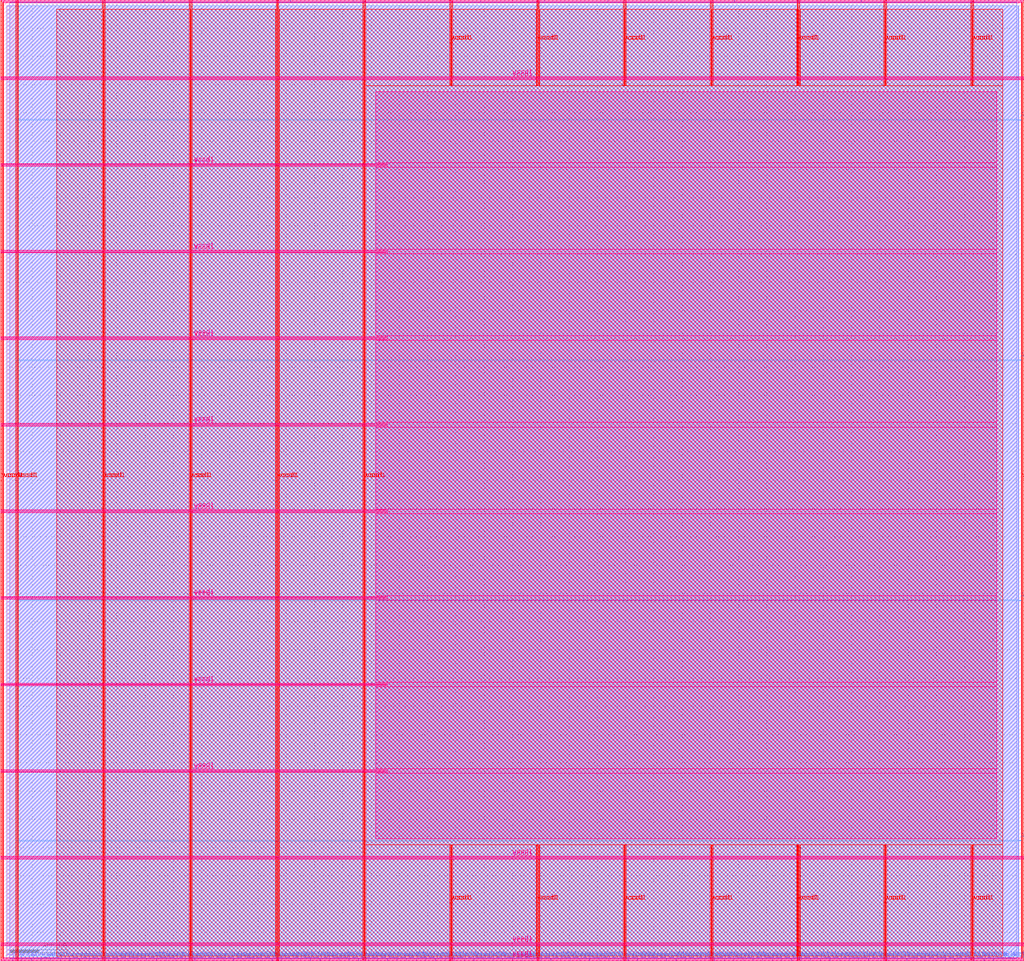
<source format=lef>
VERSION 5.7 ;
  NOWIREEXTENSIONATPIN ON ;
  DIVIDERCHAR "/" ;
  BUSBITCHARS "[]" ;
MACRO top_wrapper
  CLASS BLOCK ;
  FOREIGN top_wrapper ;
  ORIGIN 0.000 0.000 ;
  SIZE 1800.000 BY 1700.000 ;
  PIN ADC_OUT_OBS[0]
    DIRECTION OUTPUT TRISTATE ;
    USE SIGNAL ;
    PORT
      LAYER met3 ;
        RECT 1796.000 212.200 1800.000 212.800 ;
    END
  END ADC_OUT_OBS[0]
  PIN ADC_OUT_OBS[1]
    DIRECTION OUTPUT TRISTATE ;
    USE SIGNAL ;
    PORT
      LAYER met3 ;
        RECT 1796.000 637.200 1800.000 637.800 ;
    END
  END ADC_OUT_OBS[1]
  PIN ADC_OUT_OBS[2]
    DIRECTION OUTPUT TRISTATE ;
    USE SIGNAL ;
    PORT
      LAYER met3 ;
        RECT 1796.000 1062.200 1800.000 1062.800 ;
    END
  END ADC_OUT_OBS[2]
  PIN ADC_OUT_OBS[3]
    DIRECTION OUTPUT TRISTATE ;
    USE SIGNAL ;
    PORT
      LAYER met3 ;
        RECT 1796.000 1487.200 1800.000 1487.800 ;
    END
  END ADC_OUT_OBS[3]
  PIN BL0
    DIRECTION INOUT ;
    USE SIGNAL ;
    PORT
      LAYER met2 ;
        RECT 1767.870 0.000 1768.150 4.000 ;
    END
  END BL0
  PIN BL1
    DIRECTION INOUT ;
    USE SIGNAL ;
    PORT
      LAYER met2 ;
        RECT 1784.890 0.000 1785.170 4.000 ;
    END
  END BL1
  PIN REF_CSA
    DIRECTION INOUT ;
    USE SIGNAL ;
    PORT
      LAYER met2 ;
        RECT 1629.410 1696.000 1629.690 1700.000 ;
    END
  END REF_CSA
  PIN SL0
    DIRECTION INOUT ;
    USE SIGNAL ;
    PORT
      LAYER met2 ;
        RECT 1699.790 0.000 1700.070 4.000 ;
    END
  END SL0
  PIN SL1
    DIRECTION INOUT ;
    USE SIGNAL ;
    PORT
      LAYER met2 ;
        RECT 1716.810 0.000 1717.090 4.000 ;
    END
  END SL1
  PIN V0_REF_ADC
    DIRECTION INOUT ;
    USE SIGNAL ;
    PORT
      LAYER met2 ;
        RECT 1180.450 1696.000 1180.730 1700.000 ;
    END
  END V0_REF_ADC
  PIN V1_BL
    DIRECTION INOUT ;
    USE SIGNAL ;
    PORT
      LAYER met2 ;
        RECT 731.490 1696.000 731.770 1700.000 ;
    END
  END V1_BL
  PIN V1_REF_ADC
    DIRECTION INOUT ;
    USE SIGNAL ;
    PORT
      LAYER met2 ;
        RECT 1292.690 1696.000 1292.970 1700.000 ;
    END
  END V1_REF_ADC
  PIN V1_SL
    DIRECTION INOUT ;
    USE SIGNAL ;
    PORT
      LAYER met2 ;
        RECT 507.010 1696.000 507.290 1700.000 ;
    END
  END V1_SL
  PIN V1_WL
    DIRECTION INOUT ;
    USE SIGNAL ;
    PORT
      LAYER met2 ;
        RECT 58.050 1696.000 58.330 1700.000 ;
    END
  END V1_WL
  PIN V2_BL
    DIRECTION INOUT ;
    USE SIGNAL ;
    PORT
      LAYER met2 ;
        RECT 843.730 1696.000 844.010 1700.000 ;
    END
  END V2_BL
  PIN V2_REF_ADC
    DIRECTION INOUT ;
    USE SIGNAL ;
    PORT
      LAYER met2 ;
        RECT 1404.930 1696.000 1405.210 1700.000 ;
    END
  END V2_REF_ADC
  PIN V2_SL
    DIRECTION INOUT ;
    USE SIGNAL ;
    PORT
      LAYER met2 ;
        RECT 619.250 1696.000 619.530 1700.000 ;
    END
  END V2_SL
  PIN V2_WL
    DIRECTION INOUT ;
    USE SIGNAL ;
    PORT
      LAYER met2 ;
        RECT 170.290 1696.000 170.570 1700.000 ;
    END
  END V2_WL
  PIN V3_BL
    DIRECTION INOUT ;
    USE SIGNAL ;
    PORT
      LAYER met2 ;
        RECT 955.970 1696.000 956.250 1700.000 ;
    END
  END V3_BL
  PIN V3_REF_ADC
    DIRECTION INOUT ;
    USE SIGNAL ;
    PORT
      LAYER met2 ;
        RECT 1517.170 1696.000 1517.450 1700.000 ;
    END
  END V3_REF_ADC
  PIN V3_WL
    DIRECTION INOUT ;
    USE SIGNAL ;
    PORT
      LAYER met2 ;
        RECT 282.530 1696.000 282.810 1700.000 ;
    END
  END V3_WL
  PIN V4_BL
    DIRECTION INOUT ;
    USE SIGNAL ;
    PORT
      LAYER met2 ;
        RECT 1068.210 1696.000 1068.490 1700.000 ;
    END
  END V4_BL
  PIN V4_WL
    DIRECTION INOUT ;
    USE SIGNAL ;
    PORT
      LAYER met2 ;
        RECT 394.770 1696.000 395.050 1700.000 ;
    END
  END V4_WL
  PIN VDD_PRE
    DIRECTION INOUT ;
    USE SIGNAL ;
    PORT
      LAYER met2 ;
        RECT 1741.650 1696.000 1741.930 1700.000 ;
    END
  END VDD_PRE
  PIN WL0
    DIRECTION INOUT ;
    USE SIGNAL ;
    PORT
      LAYER met2 ;
        RECT 1733.830 0.000 1734.110 4.000 ;
    END
  END WL0
  PIN WL1
    DIRECTION INOUT ;
    USE SIGNAL ;
    PORT
      LAYER met2 ;
        RECT 1750.850 0.000 1751.130 4.000 ;
    END
  END WL1
  PIN clk
    DIRECTION INPUT ;
    USE SIGNAL ;
    PORT
      LAYER met2 ;
        RECT 14.810 0.000 15.090 4.000 ;
    END
  END clk
  PIN rst
    DIRECTION INPUT ;
    USE SIGNAL ;
    PORT
      LAYER met2 ;
        RECT 31.830 0.000 32.110 4.000 ;
    END
  END rst
  PIN vccd1
    DIRECTION INOUT ;
    USE POWER ;
    PORT
      LAYER met4 ;
        RECT -2.080 3.280 -0.480 1696.720 ;
    END
    PORT
      LAYER met5 ;
        RECT -2.080 3.280 1802.060 4.880 ;
    END
    PORT
      LAYER met5 ;
        RECT -2.080 1695.120 1802.060 1696.720 ;
    END
    PORT
      LAYER met4 ;
        RECT 1800.460 3.280 1802.060 1696.720 ;
    END
    PORT
      LAYER met4 ;
        RECT 21.040 -0.020 22.640 1700.020 ;
    END
    PORT
      LAYER met4 ;
        RECT 174.640 -0.020 176.240 1700.020 ;
    END
    PORT
      LAYER met4 ;
        RECT 328.240 -0.020 329.840 1700.020 ;
    END
    PORT
      LAYER met4 ;
        RECT 481.840 -0.020 483.440 1700.020 ;
    END
    PORT
      LAYER met4 ;
        RECT 635.440 -0.020 637.040 1700.020 ;
    END
    PORT
      LAYER met4 ;
        RECT 789.040 -0.020 790.640 205.160 ;
    END
    PORT
      LAYER met4 ;
        RECT 789.040 1548.010 790.640 1700.020 ;
    END
    PORT
      LAYER met4 ;
        RECT 942.640 -0.020 944.240 205.160 ;
    END
    PORT
      LAYER met4 ;
        RECT 942.640 1548.010 944.240 1700.020 ;
    END
    PORT
      LAYER met4 ;
        RECT 1096.240 -0.020 1097.840 205.160 ;
    END
    PORT
      LAYER met4 ;
        RECT 1096.240 1548.010 1097.840 1700.020 ;
    END
    PORT
      LAYER met4 ;
        RECT 1249.840 -0.020 1251.440 205.160 ;
    END
    PORT
      LAYER met4 ;
        RECT 1249.840 1548.010 1251.440 1700.020 ;
    END
    PORT
      LAYER met4 ;
        RECT 1403.440 -0.020 1405.040 205.160 ;
    END
    PORT
      LAYER met4 ;
        RECT 1403.440 1548.010 1405.040 1700.020 ;
    END
    PORT
      LAYER met4 ;
        RECT 1557.040 -0.020 1558.640 205.160 ;
    END
    PORT
      LAYER met4 ;
        RECT 1557.040 1548.010 1558.640 1700.020 ;
    END
    PORT
      LAYER met4 ;
        RECT 1710.640 -0.020 1712.240 205.160 ;
    END
    PORT
      LAYER met4 ;
        RECT 1710.640 1548.010 1712.240 1700.020 ;
    END
    PORT
      LAYER met5 ;
        RECT -5.380 26.730 1805.360 28.330 ;
    END
    PORT
      LAYER met5 ;
        RECT -5.380 179.910 1805.360 181.510 ;
    END
    PORT
      LAYER met5 ;
        RECT -5.380 333.090 676.880 334.690 ;
    END
    PORT
      LAYER met5 ;
        RECT -5.380 486.270 676.880 487.870 ;
    END
    PORT
      LAYER met5 ;
        RECT -5.380 639.450 676.880 641.050 ;
    END
    PORT
      LAYER met5 ;
        RECT -5.380 792.630 676.880 794.230 ;
    END
    PORT
      LAYER met5 ;
        RECT -5.380 945.810 676.880 947.410 ;
    END
    PORT
      LAYER met5 ;
        RECT -5.380 1098.990 676.880 1100.590 ;
    END
    PORT
      LAYER met5 ;
        RECT -5.380 1252.170 676.880 1253.770 ;
    END
    PORT
      LAYER met5 ;
        RECT -5.380 1405.350 676.880 1406.950 ;
    END
    PORT
      LAYER met5 ;
        RECT -5.380 1558.530 1805.360 1560.130 ;
    END
  END vccd1
  PIN vssd1
    DIRECTION INOUT ;
    USE GROUND ;
    PORT
      LAYER met4 ;
        RECT -5.380 -0.020 -3.780 1700.020 ;
    END
    PORT
      LAYER met5 ;
        RECT -5.380 -0.020 1805.360 1.580 ;
    END
    PORT
      LAYER met5 ;
        RECT -5.380 1698.420 1805.360 1700.020 ;
    END
    PORT
      LAYER met4 ;
        RECT 1803.760 -0.020 1805.360 1700.020 ;
    END
    PORT
      LAYER met4 ;
        RECT 24.340 -0.020 25.940 1700.020 ;
    END
    PORT
      LAYER met4 ;
        RECT 177.940 -0.020 179.540 1700.020 ;
    END
    PORT
      LAYER met4 ;
        RECT 331.540 -0.020 333.140 1700.020 ;
    END
    PORT
      LAYER met4 ;
        RECT 485.140 -0.020 486.740 1700.020 ;
    END
    PORT
      LAYER met4 ;
        RECT 638.740 -0.020 640.340 1700.020 ;
    END
    PORT
      LAYER met4 ;
        RECT 792.340 -0.020 793.940 205.160 ;
    END
    PORT
      LAYER met4 ;
        RECT 792.340 1548.010 793.940 1700.020 ;
    END
    PORT
      LAYER met4 ;
        RECT 945.940 -0.020 947.540 205.160 ;
    END
    PORT
      LAYER met4 ;
        RECT 945.940 1548.010 947.540 1700.020 ;
    END
    PORT
      LAYER met4 ;
        RECT 1099.540 -0.020 1101.140 205.160 ;
    END
    PORT
      LAYER met4 ;
        RECT 1099.540 1548.010 1101.140 1700.020 ;
    END
    PORT
      LAYER met4 ;
        RECT 1253.140 -0.020 1254.740 205.160 ;
    END
    PORT
      LAYER met4 ;
        RECT 1253.140 1548.010 1254.740 1700.020 ;
    END
    PORT
      LAYER met4 ;
        RECT 1406.740 -0.020 1408.340 205.160 ;
    END
    PORT
      LAYER met4 ;
        RECT 1406.740 1548.010 1408.340 1700.020 ;
    END
    PORT
      LAYER met4 ;
        RECT 1560.340 -0.020 1561.940 205.160 ;
    END
    PORT
      LAYER met4 ;
        RECT 1560.340 1548.010 1561.940 1700.020 ;
    END
    PORT
      LAYER met4 ;
        RECT 1713.940 -0.020 1715.540 205.160 ;
    END
    PORT
      LAYER met4 ;
        RECT 1713.940 1548.010 1715.540 1700.020 ;
    END
    PORT
      LAYER met5 ;
        RECT -5.380 30.030 1805.360 31.630 ;
    END
    PORT
      LAYER met5 ;
        RECT -5.380 183.210 1805.360 184.810 ;
    END
    PORT
      LAYER met5 ;
        RECT -5.380 336.390 676.880 337.990 ;
    END
    PORT
      LAYER met5 ;
        RECT -5.380 489.570 676.880 491.170 ;
    END
    PORT
      LAYER met5 ;
        RECT -5.380 642.750 676.880 644.350 ;
    END
    PORT
      LAYER met5 ;
        RECT -5.380 795.930 676.880 797.530 ;
    END
    PORT
      LAYER met5 ;
        RECT -5.380 949.110 676.880 950.710 ;
    END
    PORT
      LAYER met5 ;
        RECT -5.380 1102.290 676.880 1103.890 ;
    END
    PORT
      LAYER met5 ;
        RECT -5.380 1255.470 676.880 1257.070 ;
    END
    PORT
      LAYER met5 ;
        RECT -5.380 1408.650 676.880 1410.250 ;
    END
    PORT
      LAYER met5 ;
        RECT -5.380 1561.830 1805.360 1563.430 ;
    END
  END vssd1
  PIN wbs_we_i
    DIRECTION INPUT ;
    USE SIGNAL ;
    PORT
      LAYER met2 ;
        RECT 48.850 0.000 49.130 4.000 ;
    END
  END wbs_we_i
  PIN wishbone_address_bus[0]
    DIRECTION INPUT ;
    USE SIGNAL ;
    PORT
      LAYER met2 ;
        RECT 65.870 0.000 66.150 4.000 ;
    END
  END wishbone_address_bus[0]
  PIN wishbone_address_bus[10]
    DIRECTION INPUT ;
    USE SIGNAL ;
    PORT
      LAYER met2 ;
        RECT 576.470 0.000 576.750 4.000 ;
    END
  END wishbone_address_bus[10]
  PIN wishbone_address_bus[11]
    DIRECTION INPUT ;
    USE SIGNAL ;
    PORT
      LAYER met2 ;
        RECT 627.530 0.000 627.810 4.000 ;
    END
  END wishbone_address_bus[11]
  PIN wishbone_address_bus[12]
    DIRECTION INPUT ;
    USE SIGNAL ;
    PORT
      LAYER met2 ;
        RECT 678.590 0.000 678.870 4.000 ;
    END
  END wishbone_address_bus[12]
  PIN wishbone_address_bus[13]
    DIRECTION INPUT ;
    USE SIGNAL ;
    PORT
      LAYER met2 ;
        RECT 729.650 0.000 729.930 4.000 ;
    END
  END wishbone_address_bus[13]
  PIN wishbone_address_bus[14]
    DIRECTION INPUT ;
    USE SIGNAL ;
    PORT
      LAYER met2 ;
        RECT 780.710 0.000 780.990 4.000 ;
    END
  END wishbone_address_bus[14]
  PIN wishbone_address_bus[15]
    DIRECTION INPUT ;
    USE SIGNAL ;
    PORT
      LAYER met2 ;
        RECT 831.770 0.000 832.050 4.000 ;
    END
  END wishbone_address_bus[15]
  PIN wishbone_address_bus[16]
    DIRECTION INPUT ;
    USE SIGNAL ;
    PORT
      LAYER met2 ;
        RECT 882.830 0.000 883.110 4.000 ;
    END
  END wishbone_address_bus[16]
  PIN wishbone_address_bus[17]
    DIRECTION INPUT ;
    USE SIGNAL ;
    PORT
      LAYER met2 ;
        RECT 933.890 0.000 934.170 4.000 ;
    END
  END wishbone_address_bus[17]
  PIN wishbone_address_bus[18]
    DIRECTION INPUT ;
    USE SIGNAL ;
    PORT
      LAYER met2 ;
        RECT 984.950 0.000 985.230 4.000 ;
    END
  END wishbone_address_bus[18]
  PIN wishbone_address_bus[19]
    DIRECTION INPUT ;
    USE SIGNAL ;
    PORT
      LAYER met2 ;
        RECT 1036.010 0.000 1036.290 4.000 ;
    END
  END wishbone_address_bus[19]
  PIN wishbone_address_bus[1]
    DIRECTION INPUT ;
    USE SIGNAL ;
    PORT
      LAYER met2 ;
        RECT 116.930 0.000 117.210 4.000 ;
    END
  END wishbone_address_bus[1]
  PIN wishbone_address_bus[20]
    DIRECTION INPUT ;
    USE SIGNAL ;
    PORT
      LAYER met2 ;
        RECT 1087.070 0.000 1087.350 4.000 ;
    END
  END wishbone_address_bus[20]
  PIN wishbone_address_bus[21]
    DIRECTION INPUT ;
    USE SIGNAL ;
    PORT
      LAYER met2 ;
        RECT 1138.130 0.000 1138.410 4.000 ;
    END
  END wishbone_address_bus[21]
  PIN wishbone_address_bus[22]
    DIRECTION INPUT ;
    USE SIGNAL ;
    PORT
      LAYER met2 ;
        RECT 1189.190 0.000 1189.470 4.000 ;
    END
  END wishbone_address_bus[22]
  PIN wishbone_address_bus[23]
    DIRECTION INPUT ;
    USE SIGNAL ;
    PORT
      LAYER met2 ;
        RECT 1240.250 0.000 1240.530 4.000 ;
    END
  END wishbone_address_bus[23]
  PIN wishbone_address_bus[24]
    DIRECTION INPUT ;
    USE SIGNAL ;
    PORT
      LAYER met2 ;
        RECT 1291.310 0.000 1291.590 4.000 ;
    END
  END wishbone_address_bus[24]
  PIN wishbone_address_bus[25]
    DIRECTION INPUT ;
    USE SIGNAL ;
    PORT
      LAYER met2 ;
        RECT 1342.370 0.000 1342.650 4.000 ;
    END
  END wishbone_address_bus[25]
  PIN wishbone_address_bus[26]
    DIRECTION INPUT ;
    USE SIGNAL ;
    PORT
      LAYER met2 ;
        RECT 1393.430 0.000 1393.710 4.000 ;
    END
  END wishbone_address_bus[26]
  PIN wishbone_address_bus[27]
    DIRECTION INPUT ;
    USE SIGNAL ;
    PORT
      LAYER met2 ;
        RECT 1444.490 0.000 1444.770 4.000 ;
    END
  END wishbone_address_bus[27]
  PIN wishbone_address_bus[28]
    DIRECTION INPUT ;
    USE SIGNAL ;
    PORT
      LAYER met2 ;
        RECT 1495.550 0.000 1495.830 4.000 ;
    END
  END wishbone_address_bus[28]
  PIN wishbone_address_bus[29]
    DIRECTION INPUT ;
    USE SIGNAL ;
    PORT
      LAYER met2 ;
        RECT 1546.610 0.000 1546.890 4.000 ;
    END
  END wishbone_address_bus[29]
  PIN wishbone_address_bus[2]
    DIRECTION INPUT ;
    USE SIGNAL ;
    PORT
      LAYER met2 ;
        RECT 167.990 0.000 168.270 4.000 ;
    END
  END wishbone_address_bus[2]
  PIN wishbone_address_bus[30]
    DIRECTION INPUT ;
    USE SIGNAL ;
    PORT
      LAYER met2 ;
        RECT 1597.670 0.000 1597.950 4.000 ;
    END
  END wishbone_address_bus[30]
  PIN wishbone_address_bus[31]
    DIRECTION INPUT ;
    USE SIGNAL ;
    PORT
      LAYER met2 ;
        RECT 1648.730 0.000 1649.010 4.000 ;
    END
  END wishbone_address_bus[31]
  PIN wishbone_address_bus[3]
    DIRECTION INPUT ;
    USE SIGNAL ;
    PORT
      LAYER met2 ;
        RECT 219.050 0.000 219.330 4.000 ;
    END
  END wishbone_address_bus[3]
  PIN wishbone_address_bus[4]
    DIRECTION INPUT ;
    USE SIGNAL ;
    PORT
      LAYER met2 ;
        RECT 270.110 0.000 270.390 4.000 ;
    END
  END wishbone_address_bus[4]
  PIN wishbone_address_bus[5]
    DIRECTION INPUT ;
    USE SIGNAL ;
    PORT
      LAYER met2 ;
        RECT 321.170 0.000 321.450 4.000 ;
    END
  END wishbone_address_bus[5]
  PIN wishbone_address_bus[6]
    DIRECTION INPUT ;
    USE SIGNAL ;
    PORT
      LAYER met2 ;
        RECT 372.230 0.000 372.510 4.000 ;
    END
  END wishbone_address_bus[6]
  PIN wishbone_address_bus[7]
    DIRECTION INPUT ;
    USE SIGNAL ;
    PORT
      LAYER met2 ;
        RECT 423.290 0.000 423.570 4.000 ;
    END
  END wishbone_address_bus[7]
  PIN wishbone_address_bus[8]
    DIRECTION INPUT ;
    USE SIGNAL ;
    PORT
      LAYER met2 ;
        RECT 474.350 0.000 474.630 4.000 ;
    END
  END wishbone_address_bus[8]
  PIN wishbone_address_bus[9]
    DIRECTION INPUT ;
    USE SIGNAL ;
    PORT
      LAYER met2 ;
        RECT 525.410 0.000 525.690 4.000 ;
    END
  END wishbone_address_bus[9]
  PIN wishbone_data_in[0]
    DIRECTION INPUT ;
    USE SIGNAL ;
    PORT
      LAYER met2 ;
        RECT 82.890 0.000 83.170 4.000 ;
    END
  END wishbone_data_in[0]
  PIN wishbone_data_in[10]
    DIRECTION INPUT ;
    USE SIGNAL ;
    PORT
      LAYER met2 ;
        RECT 593.490 0.000 593.770 4.000 ;
    END
  END wishbone_data_in[10]
  PIN wishbone_data_in[11]
    DIRECTION INPUT ;
    USE SIGNAL ;
    PORT
      LAYER met2 ;
        RECT 644.550 0.000 644.830 4.000 ;
    END
  END wishbone_data_in[11]
  PIN wishbone_data_in[12]
    DIRECTION INPUT ;
    USE SIGNAL ;
    PORT
      LAYER met2 ;
        RECT 695.610 0.000 695.890 4.000 ;
    END
  END wishbone_data_in[12]
  PIN wishbone_data_in[13]
    DIRECTION INPUT ;
    USE SIGNAL ;
    PORT
      LAYER met2 ;
        RECT 746.670 0.000 746.950 4.000 ;
    END
  END wishbone_data_in[13]
  PIN wishbone_data_in[14]
    DIRECTION INPUT ;
    USE SIGNAL ;
    PORT
      LAYER met2 ;
        RECT 797.730 0.000 798.010 4.000 ;
    END
  END wishbone_data_in[14]
  PIN wishbone_data_in[15]
    DIRECTION INPUT ;
    USE SIGNAL ;
    PORT
      LAYER met2 ;
        RECT 848.790 0.000 849.070 4.000 ;
    END
  END wishbone_data_in[15]
  PIN wishbone_data_in[16]
    DIRECTION INPUT ;
    USE SIGNAL ;
    PORT
      LAYER met2 ;
        RECT 899.850 0.000 900.130 4.000 ;
    END
  END wishbone_data_in[16]
  PIN wishbone_data_in[17]
    DIRECTION INPUT ;
    USE SIGNAL ;
    PORT
      LAYER met2 ;
        RECT 950.910 0.000 951.190 4.000 ;
    END
  END wishbone_data_in[17]
  PIN wishbone_data_in[18]
    DIRECTION INPUT ;
    USE SIGNAL ;
    PORT
      LAYER met2 ;
        RECT 1001.970 0.000 1002.250 4.000 ;
    END
  END wishbone_data_in[18]
  PIN wishbone_data_in[19]
    DIRECTION INPUT ;
    USE SIGNAL ;
    PORT
      LAYER met2 ;
        RECT 1053.030 0.000 1053.310 4.000 ;
    END
  END wishbone_data_in[19]
  PIN wishbone_data_in[1]
    DIRECTION INPUT ;
    USE SIGNAL ;
    PORT
      LAYER met2 ;
        RECT 133.950 0.000 134.230 4.000 ;
    END
  END wishbone_data_in[1]
  PIN wishbone_data_in[20]
    DIRECTION INPUT ;
    USE SIGNAL ;
    PORT
      LAYER met2 ;
        RECT 1104.090 0.000 1104.370 4.000 ;
    END
  END wishbone_data_in[20]
  PIN wishbone_data_in[21]
    DIRECTION INPUT ;
    USE SIGNAL ;
    PORT
      LAYER met2 ;
        RECT 1155.150 0.000 1155.430 4.000 ;
    END
  END wishbone_data_in[21]
  PIN wishbone_data_in[22]
    DIRECTION INPUT ;
    USE SIGNAL ;
    PORT
      LAYER met2 ;
        RECT 1206.210 0.000 1206.490 4.000 ;
    END
  END wishbone_data_in[22]
  PIN wishbone_data_in[23]
    DIRECTION INPUT ;
    USE SIGNAL ;
    PORT
      LAYER met2 ;
        RECT 1257.270 0.000 1257.550 4.000 ;
    END
  END wishbone_data_in[23]
  PIN wishbone_data_in[24]
    DIRECTION INPUT ;
    USE SIGNAL ;
    PORT
      LAYER met2 ;
        RECT 1308.330 0.000 1308.610 4.000 ;
    END
  END wishbone_data_in[24]
  PIN wishbone_data_in[25]
    DIRECTION INPUT ;
    USE SIGNAL ;
    PORT
      LAYER met2 ;
        RECT 1359.390 0.000 1359.670 4.000 ;
    END
  END wishbone_data_in[25]
  PIN wishbone_data_in[26]
    DIRECTION INPUT ;
    USE SIGNAL ;
    PORT
      LAYER met2 ;
        RECT 1410.450 0.000 1410.730 4.000 ;
    END
  END wishbone_data_in[26]
  PIN wishbone_data_in[27]
    DIRECTION INPUT ;
    USE SIGNAL ;
    PORT
      LAYER met2 ;
        RECT 1461.510 0.000 1461.790 4.000 ;
    END
  END wishbone_data_in[27]
  PIN wishbone_data_in[28]
    DIRECTION INPUT ;
    USE SIGNAL ;
    PORT
      LAYER met2 ;
        RECT 1512.570 0.000 1512.850 4.000 ;
    END
  END wishbone_data_in[28]
  PIN wishbone_data_in[29]
    DIRECTION INPUT ;
    USE SIGNAL ;
    PORT
      LAYER met2 ;
        RECT 1563.630 0.000 1563.910 4.000 ;
    END
  END wishbone_data_in[29]
  PIN wishbone_data_in[2]
    DIRECTION INPUT ;
    USE SIGNAL ;
    PORT
      LAYER met2 ;
        RECT 185.010 0.000 185.290 4.000 ;
    END
  END wishbone_data_in[2]
  PIN wishbone_data_in[30]
    DIRECTION INPUT ;
    USE SIGNAL ;
    PORT
      LAYER met2 ;
        RECT 1614.690 0.000 1614.970 4.000 ;
    END
  END wishbone_data_in[30]
  PIN wishbone_data_in[31]
    DIRECTION INPUT ;
    USE SIGNAL ;
    PORT
      LAYER met2 ;
        RECT 1665.750 0.000 1666.030 4.000 ;
    END
  END wishbone_data_in[31]
  PIN wishbone_data_in[3]
    DIRECTION INPUT ;
    USE SIGNAL ;
    PORT
      LAYER met2 ;
        RECT 236.070 0.000 236.350 4.000 ;
    END
  END wishbone_data_in[3]
  PIN wishbone_data_in[4]
    DIRECTION INPUT ;
    USE SIGNAL ;
    PORT
      LAYER met2 ;
        RECT 287.130 0.000 287.410 4.000 ;
    END
  END wishbone_data_in[4]
  PIN wishbone_data_in[5]
    DIRECTION INPUT ;
    USE SIGNAL ;
    PORT
      LAYER met2 ;
        RECT 338.190 0.000 338.470 4.000 ;
    END
  END wishbone_data_in[5]
  PIN wishbone_data_in[6]
    DIRECTION INPUT ;
    USE SIGNAL ;
    PORT
      LAYER met2 ;
        RECT 389.250 0.000 389.530 4.000 ;
    END
  END wishbone_data_in[6]
  PIN wishbone_data_in[7]
    DIRECTION INPUT ;
    USE SIGNAL ;
    PORT
      LAYER met2 ;
        RECT 440.310 0.000 440.590 4.000 ;
    END
  END wishbone_data_in[7]
  PIN wishbone_data_in[8]
    DIRECTION INPUT ;
    USE SIGNAL ;
    PORT
      LAYER met2 ;
        RECT 491.370 0.000 491.650 4.000 ;
    END
  END wishbone_data_in[8]
  PIN wishbone_data_in[9]
    DIRECTION INPUT ;
    USE SIGNAL ;
    PORT
      LAYER met2 ;
        RECT 542.430 0.000 542.710 4.000 ;
    END
  END wishbone_data_in[9]
  PIN wishbone_data_out[0]
    DIRECTION OUTPUT TRISTATE ;
    USE SIGNAL ;
    PORT
      LAYER met2 ;
        RECT 99.910 0.000 100.190 4.000 ;
    END
  END wishbone_data_out[0]
  PIN wishbone_data_out[10]
    DIRECTION OUTPUT TRISTATE ;
    USE SIGNAL ;
    PORT
      LAYER met2 ;
        RECT 610.510 0.000 610.790 4.000 ;
    END
  END wishbone_data_out[10]
  PIN wishbone_data_out[11]
    DIRECTION OUTPUT TRISTATE ;
    USE SIGNAL ;
    PORT
      LAYER met2 ;
        RECT 661.570 0.000 661.850 4.000 ;
    END
  END wishbone_data_out[11]
  PIN wishbone_data_out[12]
    DIRECTION OUTPUT TRISTATE ;
    USE SIGNAL ;
    PORT
      LAYER met2 ;
        RECT 712.630 0.000 712.910 4.000 ;
    END
  END wishbone_data_out[12]
  PIN wishbone_data_out[13]
    DIRECTION OUTPUT TRISTATE ;
    USE SIGNAL ;
    PORT
      LAYER met2 ;
        RECT 763.690 0.000 763.970 4.000 ;
    END
  END wishbone_data_out[13]
  PIN wishbone_data_out[14]
    DIRECTION OUTPUT TRISTATE ;
    USE SIGNAL ;
    PORT
      LAYER met2 ;
        RECT 814.750 0.000 815.030 4.000 ;
    END
  END wishbone_data_out[14]
  PIN wishbone_data_out[15]
    DIRECTION OUTPUT TRISTATE ;
    USE SIGNAL ;
    PORT
      LAYER met2 ;
        RECT 865.810 0.000 866.090 4.000 ;
    END
  END wishbone_data_out[15]
  PIN wishbone_data_out[16]
    DIRECTION OUTPUT TRISTATE ;
    USE SIGNAL ;
    PORT
      LAYER met2 ;
        RECT 916.870 0.000 917.150 4.000 ;
    END
  END wishbone_data_out[16]
  PIN wishbone_data_out[17]
    DIRECTION OUTPUT TRISTATE ;
    USE SIGNAL ;
    PORT
      LAYER met2 ;
        RECT 967.930 0.000 968.210 4.000 ;
    END
  END wishbone_data_out[17]
  PIN wishbone_data_out[18]
    DIRECTION OUTPUT TRISTATE ;
    USE SIGNAL ;
    PORT
      LAYER met2 ;
        RECT 1018.990 0.000 1019.270 4.000 ;
    END
  END wishbone_data_out[18]
  PIN wishbone_data_out[19]
    DIRECTION OUTPUT TRISTATE ;
    USE SIGNAL ;
    PORT
      LAYER met2 ;
        RECT 1070.050 0.000 1070.330 4.000 ;
    END
  END wishbone_data_out[19]
  PIN wishbone_data_out[1]
    DIRECTION OUTPUT TRISTATE ;
    USE SIGNAL ;
    PORT
      LAYER met2 ;
        RECT 150.970 0.000 151.250 4.000 ;
    END
  END wishbone_data_out[1]
  PIN wishbone_data_out[20]
    DIRECTION OUTPUT TRISTATE ;
    USE SIGNAL ;
    PORT
      LAYER met2 ;
        RECT 1121.110 0.000 1121.390 4.000 ;
    END
  END wishbone_data_out[20]
  PIN wishbone_data_out[21]
    DIRECTION OUTPUT TRISTATE ;
    USE SIGNAL ;
    PORT
      LAYER met2 ;
        RECT 1172.170 0.000 1172.450 4.000 ;
    END
  END wishbone_data_out[21]
  PIN wishbone_data_out[22]
    DIRECTION OUTPUT TRISTATE ;
    USE SIGNAL ;
    PORT
      LAYER met2 ;
        RECT 1223.230 0.000 1223.510 4.000 ;
    END
  END wishbone_data_out[22]
  PIN wishbone_data_out[23]
    DIRECTION OUTPUT TRISTATE ;
    USE SIGNAL ;
    PORT
      LAYER met2 ;
        RECT 1274.290 0.000 1274.570 4.000 ;
    END
  END wishbone_data_out[23]
  PIN wishbone_data_out[24]
    DIRECTION OUTPUT TRISTATE ;
    USE SIGNAL ;
    PORT
      LAYER met2 ;
        RECT 1325.350 0.000 1325.630 4.000 ;
    END
  END wishbone_data_out[24]
  PIN wishbone_data_out[25]
    DIRECTION OUTPUT TRISTATE ;
    USE SIGNAL ;
    PORT
      LAYER met2 ;
        RECT 1376.410 0.000 1376.690 4.000 ;
    END
  END wishbone_data_out[25]
  PIN wishbone_data_out[26]
    DIRECTION OUTPUT TRISTATE ;
    USE SIGNAL ;
    PORT
      LAYER met2 ;
        RECT 1427.470 0.000 1427.750 4.000 ;
    END
  END wishbone_data_out[26]
  PIN wishbone_data_out[27]
    DIRECTION OUTPUT TRISTATE ;
    USE SIGNAL ;
    PORT
      LAYER met2 ;
        RECT 1478.530 0.000 1478.810 4.000 ;
    END
  END wishbone_data_out[27]
  PIN wishbone_data_out[28]
    DIRECTION OUTPUT TRISTATE ;
    USE SIGNAL ;
    PORT
      LAYER met2 ;
        RECT 1529.590 0.000 1529.870 4.000 ;
    END
  END wishbone_data_out[28]
  PIN wishbone_data_out[29]
    DIRECTION OUTPUT TRISTATE ;
    USE SIGNAL ;
    PORT
      LAYER met2 ;
        RECT 1580.650 0.000 1580.930 4.000 ;
    END
  END wishbone_data_out[29]
  PIN wishbone_data_out[2]
    DIRECTION OUTPUT TRISTATE ;
    USE SIGNAL ;
    PORT
      LAYER met2 ;
        RECT 202.030 0.000 202.310 4.000 ;
    END
  END wishbone_data_out[2]
  PIN wishbone_data_out[30]
    DIRECTION OUTPUT TRISTATE ;
    USE SIGNAL ;
    PORT
      LAYER met2 ;
        RECT 1631.710 0.000 1631.990 4.000 ;
    END
  END wishbone_data_out[30]
  PIN wishbone_data_out[31]
    DIRECTION OUTPUT TRISTATE ;
    USE SIGNAL ;
    PORT
      LAYER met2 ;
        RECT 1682.770 0.000 1683.050 4.000 ;
    END
  END wishbone_data_out[31]
  PIN wishbone_data_out[3]
    DIRECTION OUTPUT TRISTATE ;
    USE SIGNAL ;
    PORT
      LAYER met2 ;
        RECT 253.090 0.000 253.370 4.000 ;
    END
  END wishbone_data_out[3]
  PIN wishbone_data_out[4]
    DIRECTION OUTPUT TRISTATE ;
    USE SIGNAL ;
    PORT
      LAYER met2 ;
        RECT 304.150 0.000 304.430 4.000 ;
    END
  END wishbone_data_out[4]
  PIN wishbone_data_out[5]
    DIRECTION OUTPUT TRISTATE ;
    USE SIGNAL ;
    PORT
      LAYER met2 ;
        RECT 355.210 0.000 355.490 4.000 ;
    END
  END wishbone_data_out[5]
  PIN wishbone_data_out[6]
    DIRECTION OUTPUT TRISTATE ;
    USE SIGNAL ;
    PORT
      LAYER met2 ;
        RECT 406.270 0.000 406.550 4.000 ;
    END
  END wishbone_data_out[6]
  PIN wishbone_data_out[7]
    DIRECTION OUTPUT TRISTATE ;
    USE SIGNAL ;
    PORT
      LAYER met2 ;
        RECT 457.330 0.000 457.610 4.000 ;
    END
  END wishbone_data_out[7]
  PIN wishbone_data_out[8]
    DIRECTION OUTPUT TRISTATE ;
    USE SIGNAL ;
    PORT
      LAYER met2 ;
        RECT 508.390 0.000 508.670 4.000 ;
    END
  END wishbone_data_out[8]
  PIN wishbone_data_out[9]
    DIRECTION OUTPUT TRISTATE ;
    USE SIGNAL ;
    PORT
      LAYER met2 ;
        RECT 559.450 0.000 559.730 4.000 ;
    END
  END wishbone_data_out[9]
  OBS
      LAYER li1 ;
        RECT 5.520 10.795 1794.460 1689.205 ;
      LAYER met1 ;
        RECT 5.520 5.480 1794.460 1689.360 ;
      LAYER met2 ;
        RECT 10.220 1695.720 57.770 1696.330 ;
        RECT 58.610 1695.720 170.010 1696.330 ;
        RECT 170.850 1695.720 282.250 1696.330 ;
        RECT 283.090 1695.720 394.490 1696.330 ;
        RECT 395.330 1695.720 506.730 1696.330 ;
        RECT 507.570 1695.720 618.970 1696.330 ;
        RECT 619.810 1695.720 731.210 1696.330 ;
        RECT 732.050 1695.720 843.450 1696.330 ;
        RECT 844.290 1695.720 955.690 1696.330 ;
        RECT 956.530 1695.720 1067.930 1696.330 ;
        RECT 1068.770 1695.720 1180.170 1696.330 ;
        RECT 1181.010 1695.720 1292.410 1696.330 ;
        RECT 1293.250 1695.720 1404.650 1696.330 ;
        RECT 1405.490 1695.720 1516.890 1696.330 ;
        RECT 1517.730 1695.720 1629.130 1696.330 ;
        RECT 1629.970 1695.720 1741.370 1696.330 ;
        RECT 1742.210 1695.720 1792.070 1696.330 ;
        RECT 10.220 4.280 1792.070 1695.720 ;
        RECT 10.220 3.670 14.530 4.280 ;
        RECT 15.370 3.670 31.550 4.280 ;
        RECT 32.390 3.670 48.570 4.280 ;
        RECT 49.410 3.670 65.590 4.280 ;
        RECT 66.430 3.670 82.610 4.280 ;
        RECT 83.450 3.670 99.630 4.280 ;
        RECT 100.470 3.670 116.650 4.280 ;
        RECT 117.490 3.670 133.670 4.280 ;
        RECT 134.510 3.670 150.690 4.280 ;
        RECT 151.530 3.670 167.710 4.280 ;
        RECT 168.550 3.670 184.730 4.280 ;
        RECT 185.570 3.670 201.750 4.280 ;
        RECT 202.590 3.670 218.770 4.280 ;
        RECT 219.610 3.670 235.790 4.280 ;
        RECT 236.630 3.670 252.810 4.280 ;
        RECT 253.650 3.670 269.830 4.280 ;
        RECT 270.670 3.670 286.850 4.280 ;
        RECT 287.690 3.670 303.870 4.280 ;
        RECT 304.710 3.670 320.890 4.280 ;
        RECT 321.730 3.670 337.910 4.280 ;
        RECT 338.750 3.670 354.930 4.280 ;
        RECT 355.770 3.670 371.950 4.280 ;
        RECT 372.790 3.670 388.970 4.280 ;
        RECT 389.810 3.670 405.990 4.280 ;
        RECT 406.830 3.670 423.010 4.280 ;
        RECT 423.850 3.670 440.030 4.280 ;
        RECT 440.870 3.670 457.050 4.280 ;
        RECT 457.890 3.670 474.070 4.280 ;
        RECT 474.910 3.670 491.090 4.280 ;
        RECT 491.930 3.670 508.110 4.280 ;
        RECT 508.950 3.670 525.130 4.280 ;
        RECT 525.970 3.670 542.150 4.280 ;
        RECT 542.990 3.670 559.170 4.280 ;
        RECT 560.010 3.670 576.190 4.280 ;
        RECT 577.030 3.670 593.210 4.280 ;
        RECT 594.050 3.670 610.230 4.280 ;
        RECT 611.070 3.670 627.250 4.280 ;
        RECT 628.090 3.670 644.270 4.280 ;
        RECT 645.110 3.670 661.290 4.280 ;
        RECT 662.130 3.670 678.310 4.280 ;
        RECT 679.150 3.670 695.330 4.280 ;
        RECT 696.170 3.670 712.350 4.280 ;
        RECT 713.190 3.670 729.370 4.280 ;
        RECT 730.210 3.670 746.390 4.280 ;
        RECT 747.230 3.670 763.410 4.280 ;
        RECT 764.250 3.670 780.430 4.280 ;
        RECT 781.270 3.670 797.450 4.280 ;
        RECT 798.290 3.670 814.470 4.280 ;
        RECT 815.310 3.670 831.490 4.280 ;
        RECT 832.330 3.670 848.510 4.280 ;
        RECT 849.350 3.670 865.530 4.280 ;
        RECT 866.370 3.670 882.550 4.280 ;
        RECT 883.390 3.670 899.570 4.280 ;
        RECT 900.410 3.670 916.590 4.280 ;
        RECT 917.430 3.670 933.610 4.280 ;
        RECT 934.450 3.670 950.630 4.280 ;
        RECT 951.470 3.670 967.650 4.280 ;
        RECT 968.490 3.670 984.670 4.280 ;
        RECT 985.510 3.670 1001.690 4.280 ;
        RECT 1002.530 3.670 1018.710 4.280 ;
        RECT 1019.550 3.670 1035.730 4.280 ;
        RECT 1036.570 3.670 1052.750 4.280 ;
        RECT 1053.590 3.670 1069.770 4.280 ;
        RECT 1070.610 3.670 1086.790 4.280 ;
        RECT 1087.630 3.670 1103.810 4.280 ;
        RECT 1104.650 3.670 1120.830 4.280 ;
        RECT 1121.670 3.670 1137.850 4.280 ;
        RECT 1138.690 3.670 1154.870 4.280 ;
        RECT 1155.710 3.670 1171.890 4.280 ;
        RECT 1172.730 3.670 1188.910 4.280 ;
        RECT 1189.750 3.670 1205.930 4.280 ;
        RECT 1206.770 3.670 1222.950 4.280 ;
        RECT 1223.790 3.670 1239.970 4.280 ;
        RECT 1240.810 3.670 1256.990 4.280 ;
        RECT 1257.830 3.670 1274.010 4.280 ;
        RECT 1274.850 3.670 1291.030 4.280 ;
        RECT 1291.870 3.670 1308.050 4.280 ;
        RECT 1308.890 3.670 1325.070 4.280 ;
        RECT 1325.910 3.670 1342.090 4.280 ;
        RECT 1342.930 3.670 1359.110 4.280 ;
        RECT 1359.950 3.670 1376.130 4.280 ;
        RECT 1376.970 3.670 1393.150 4.280 ;
        RECT 1393.990 3.670 1410.170 4.280 ;
        RECT 1411.010 3.670 1427.190 4.280 ;
        RECT 1428.030 3.670 1444.210 4.280 ;
        RECT 1445.050 3.670 1461.230 4.280 ;
        RECT 1462.070 3.670 1478.250 4.280 ;
        RECT 1479.090 3.670 1495.270 4.280 ;
        RECT 1496.110 3.670 1512.290 4.280 ;
        RECT 1513.130 3.670 1529.310 4.280 ;
        RECT 1530.150 3.670 1546.330 4.280 ;
        RECT 1547.170 3.670 1563.350 4.280 ;
        RECT 1564.190 3.670 1580.370 4.280 ;
        RECT 1581.210 3.670 1597.390 4.280 ;
        RECT 1598.230 3.670 1614.410 4.280 ;
        RECT 1615.250 3.670 1631.430 4.280 ;
        RECT 1632.270 3.670 1648.450 4.280 ;
        RECT 1649.290 3.670 1665.470 4.280 ;
        RECT 1666.310 3.670 1682.490 4.280 ;
        RECT 1683.330 3.670 1699.510 4.280 ;
        RECT 1700.350 3.670 1716.530 4.280 ;
        RECT 1717.370 3.670 1733.550 4.280 ;
        RECT 1734.390 3.670 1750.570 4.280 ;
        RECT 1751.410 3.670 1767.590 4.280 ;
        RECT 1768.430 3.670 1784.610 4.280 ;
        RECT 1785.450 3.670 1792.070 4.280 ;
      LAYER met3 ;
        RECT 21.050 1488.200 1796.000 1689.285 ;
        RECT 21.050 1486.800 1795.600 1488.200 ;
        RECT 21.050 1063.200 1796.000 1486.800 ;
        RECT 21.050 1061.800 1795.600 1063.200 ;
        RECT 21.050 638.200 1796.000 1061.800 ;
        RECT 21.050 636.800 1795.600 638.200 ;
        RECT 21.050 213.200 1796.000 636.800 ;
        RECT 21.050 211.800 1795.600 213.200 ;
        RECT 21.050 7.655 1796.000 211.800 ;
      LAYER met4 ;
        RECT 94.135 7.655 174.240 1683.505 ;
        RECT 176.640 7.655 177.540 1683.505 ;
        RECT 179.940 7.655 327.840 1683.505 ;
        RECT 330.240 7.655 331.140 1683.505 ;
        RECT 333.540 7.655 481.440 1683.505 ;
        RECT 483.840 7.655 484.740 1683.505 ;
        RECT 487.140 7.655 635.040 1683.505 ;
        RECT 637.440 7.655 638.340 1683.505 ;
        RECT 640.740 1547.610 788.640 1683.505 ;
        RECT 791.040 1547.610 791.940 1683.505 ;
        RECT 794.340 1547.610 942.240 1683.505 ;
        RECT 944.640 1547.610 945.540 1683.505 ;
        RECT 947.940 1547.610 1095.840 1683.505 ;
        RECT 1098.240 1547.610 1099.140 1683.505 ;
        RECT 1101.540 1547.610 1249.440 1683.505 ;
        RECT 1251.840 1547.610 1252.740 1683.505 ;
        RECT 1255.140 1547.610 1403.040 1683.505 ;
        RECT 1405.440 1547.610 1406.340 1683.505 ;
        RECT 1408.740 1547.610 1556.640 1683.505 ;
        RECT 1559.040 1547.610 1559.940 1683.505 ;
        RECT 1562.340 1547.610 1710.240 1683.505 ;
        RECT 1712.640 1547.610 1713.540 1683.505 ;
        RECT 1715.940 1547.610 1767.025 1683.505 ;
        RECT 640.740 205.560 1767.025 1547.610 ;
        RECT 640.740 7.655 788.640 205.560 ;
        RECT 791.040 7.655 791.940 205.560 ;
        RECT 794.340 7.655 942.240 205.560 ;
        RECT 944.640 7.655 945.540 205.560 ;
        RECT 947.940 7.655 1095.840 205.560 ;
        RECT 1098.240 7.655 1099.140 205.560 ;
        RECT 1101.540 7.655 1249.440 205.560 ;
        RECT 1251.840 7.655 1252.740 205.560 ;
        RECT 1255.140 7.655 1403.040 205.560 ;
        RECT 1405.440 7.655 1406.340 205.560 ;
        RECT 1408.740 7.655 1556.640 205.560 ;
        RECT 1559.040 7.655 1559.940 205.560 ;
        RECT 1562.340 7.655 1710.240 205.560 ;
        RECT 1712.640 7.655 1713.540 205.560 ;
        RECT 1715.940 7.655 1767.025 205.560 ;
      LAYER met5 ;
        RECT 657.770 1411.850 1756.860 1537.710 ;
        RECT 678.480 1403.750 1756.860 1411.850 ;
        RECT 657.770 1258.670 1756.860 1403.750 ;
        RECT 678.480 1250.570 1756.860 1258.670 ;
        RECT 657.770 1105.490 1756.860 1250.570 ;
        RECT 678.480 1097.390 1756.860 1105.490 ;
        RECT 657.770 952.310 1756.860 1097.390 ;
        RECT 678.480 944.210 1756.860 952.310 ;
        RECT 657.770 799.130 1756.860 944.210 ;
        RECT 678.480 791.030 1756.860 799.130 ;
        RECT 657.770 645.950 1756.860 791.030 ;
        RECT 678.480 637.850 1756.860 645.950 ;
        RECT 657.770 492.770 1756.860 637.850 ;
        RECT 678.480 484.670 1756.860 492.770 ;
        RECT 657.770 339.590 1756.860 484.670 ;
        RECT 678.480 331.490 1756.860 339.590 ;
        RECT 657.770 215.460 1756.860 331.490 ;
  END
END top_wrapper
END LIBRARY


</source>
